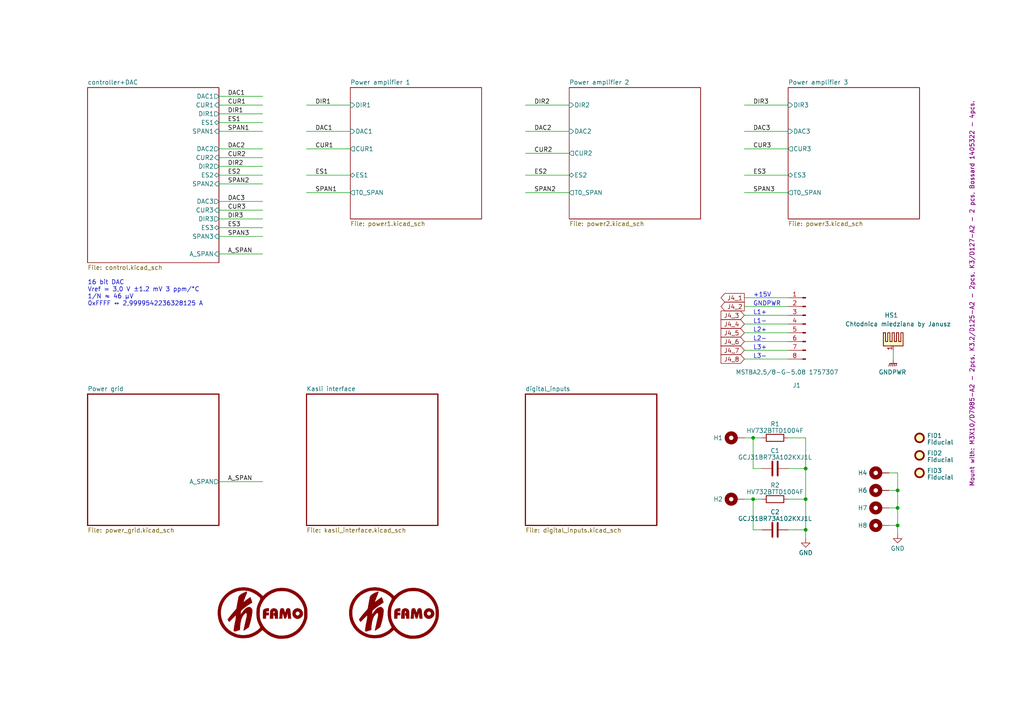
<source format=kicad_sch>
(kicad_sch (version 20230121) (generator eeschema)
  (paper "A4")
  (title_block (title "Compensation coils driver 3x3A for Kasli system") (date "2023-11-17") (rev "3_Artiq") (company "Nicolaus Copernicus University in Toruń") (comment 1 "KL FAMO") (comment 3 "designed by Adam Ledziński"))
  (lib_symbols
    (symbol "Connector:Conn_01x08_Pin" (pin_names (offset 1.016) hide)
      (property "Reference" "J" (at 0 10.16 0))
      (property "Value" "Conn_01x08_Pin" (at 0 -12.7 0))
      (symbol "Conn_01x08_Pin_1_1"
        (polyline (pts (xy 1.27 -10.16) (xy 0.8636 -10.16)) (stroke (width 0.1524)))
        (polyline (pts (xy 1.27 -7.62) (xy 0.8636 -7.62)) (stroke (width 0.1524)))
        (polyline (pts (xy 1.27 -5.08) (xy 0.8636 -5.08)) (stroke (width 0.1524)))
        (polyline (pts (xy 1.27 -2.54) (xy 0.8636 -2.54)) (stroke (width 0.1524)))
        (polyline (pts (xy 1.27 0) (xy 0.8636 0)) (stroke (width 0.1524)))
        (polyline (pts (xy 1.27 2.54) (xy 0.8636 2.54)) (stroke (width 0.1524)))
        (polyline (pts (xy 1.27 5.08) (xy 0.8636 5.08)) (stroke (width 0.1524)))
        (polyline (pts (xy 1.27 7.62) (xy 0.8636 7.62)) (stroke (width 0.1524)))
        (rectangle (start 0.8636 -10.033) (end 0 -10.287) (stroke (width 0.1524)) (fill (type outline)))
        (rectangle (start 0.8636 -7.493) (end 0 -7.747) (stroke (width 0.1524)) (fill (type outline)))
        (rectangle (start 0.8636 -4.953) (end 0 -5.207) (stroke (width 0.1524)) (fill (type outline)))
        (rectangle (start 0.8636 -2.413) (end 0 -2.667) (stroke (width 0.1524)) (fill (type outline)))
        (rectangle (start 0.8636 0.127) (end 0 -0.127) (stroke (width 0.1524)) (fill (type outline)))
        (rectangle (start 0.8636 2.667) (end 0 2.413) (stroke (width 0.1524)) (fill (type outline)))
        (rectangle (start 0.8636 5.207) (end 0 4.953) (stroke (width 0.1524)) (fill (type outline)))
        (rectangle (start 0.8636 7.747) (end 0 7.493) (stroke (width 0.1524)) (fill (type outline)))
        (pin passive line (at 5.08 7.62 180) (length 3.81) (name "Pin_1") (number "1"))
        (pin passive line (at 5.08 5.08 180) (length 3.81) (name "Pin_2") (number "2"))
        (pin passive line (at 5.08 2.54 180) (length 3.81) (name "Pin_3") (number "3"))
        (pin passive line (at 5.08 0 180) (length 3.81) (name "Pin_4") (number "4"))
        (pin passive line (at 5.08 -2.54 180) (length 3.81) (name "Pin_5") (number "5"))
        (pin passive line (at 5.08 -5.08 180) (length 3.81) (name "Pin_6") (number "6"))
        (pin passive line (at 5.08 -7.62 180) (length 3.81) (name "Pin_7") (number "7"))
        (pin passive line (at 5.08 -10.16 180) (length 3.81) (name "Pin_8") (number "8"))
      )
    )
    (symbol "Device:C" (pin_numbers hide) (pin_names (offset 0.254))
      (property "Reference" "C" (at 0.635 2.54 0))
      (property "Value" "C" (at 0.635 -2.54 0))
      (symbol "C_0_1"
        (polyline (pts (xy -2.032 -0.762) (xy 2.032 -0.762)) (stroke (width 0.508)))
        (polyline (pts (xy -2.032 0.762) (xy 2.032 0.762)) (stroke (width 0.508)))
      )
      (symbol "C_1_1"
        (pin passive line (at 0 3.81 270) (length 2.794) (name "~") (number "1"))
        (pin passive line (at 0 -3.81 90) (length 2.794) (name "~") (number "2"))
      )
    )
    (symbol "Device:R" (pin_numbers hide) (pin_names (offset 0))
      (property "Reference" "R" (at 2.032 0 90))
      (property "Value" "R" (at 0 0 90))
      (symbol "R_0_1"
        (rectangle (start -1.016 -2.54) (end 1.016 2.54) (stroke (width 0.254)))
      )
      (symbol "R_1_1"
        (pin passive line (at 0 3.81 270) (length 1.27) (name "~") (number "1"))
        (pin passive line (at 0 -3.81 90) (length 1.27) (name "~") (number "2"))
      )
    )
    (symbol "Mechanical:Fiducial"
      (property "Reference" "FID" (at 0 5.08 0))
      (property "Value" "Fiducial" (at 0 3.175 0))
      (symbol "Fiducial_0_1"
        (circle (center 0 0) (radius 1.27) (stroke (width 0.508)) (fill (type background)))
      )
    )
    (symbol "Mechanical:Heatsink_Pad" (pin_names (offset 0))
      (property "Reference" "HS" (at 0 5.715 0))
      (property "Value" "Heatsink_Pad" (at 0 3.81 0))
      (symbol "Heatsink_Pad_0_1"
        (polyline (pts (xy -0.3302 0) (xy -0.9652 0) (xy -0.9652 2.54) (xy -1.6002 2.54) (xy -1.6002 0) (xy -2.2352 0) (xy -2.2352 2.54) (xy -2.8702 2.54) (xy -2.8702 -1.27) (xy -0.9652 -1.27)) (stroke (width 0.254)) (fill (type background)))
        (polyline (pts (xy -0.3302 0) (xy -0.3302 2.54) (xy 0.3048 2.54) (xy 0.3048 0) (xy 0.9398 0) (xy 0.9398 2.54) (xy 1.5748 2.54) (xy 1.5748 0) (xy 2.2098 0) (xy 2.2098 2.54) (xy 2.8448 2.54) (xy 2.8448 -1.27) (xy -0.9652 -1.27)) (stroke (width 0.254)) (fill (type background)))
      )
      (symbol "Heatsink_Pad_1_1"
        (pin passive line (at 0 -2.54 90) (length 1.27) (name "~") (number "1"))
      )
    )
    (symbol "Mechanical:MountingHole_Pad" (pin_numbers hide) (pin_names (offset 1.016) hide)
      (property "Reference" "H" (at 0 6.35 0))
      (property "Value" "MountingHole_Pad" (at 0 4.445 0))
      (symbol "MountingHole_Pad_0_1"
        (circle (center 0 1.27) (radius 1.27) (stroke (width 1.27)))
      )
      (symbol "MountingHole_Pad_1_1"
        (pin input line (at 0 -2.54 90) (length 2.54) (name "1") (number "1"))
      )
    )
    (symbol "ff:KL_FAMO_LOGO" (pin_numbers hide) (pin_names (offset 0) hide) (in_bom no)
      (symbol "KL_FAMO_LOGO_0_0"
        (polyline (pts (xy 0.9483 -1.1218) (xy 0.9737 -0.635) (xy 1.3759 -0.6092) (xy 1.778 -0.5834) (xy 1.778 -0.2493) (xy 1.778 0.0847) (xy 1.4061 0.0847) (xy 1.3336 0.0867) (xy 1.0756 0.1426) (xy 0.9573 0.2494) (xy 0.9772 0.3727) (xy 1.1338 0.4777) (xy 1.4256 0.5299) (xy 1.778 0.544) (xy 1.778 0.9493) (xy 1.778 1.3547) (xy 1.4605 1.3527) (xy 1.4269 1.3523) (xy 0.9405 1.3004) (xy 0.5452 1.1705) (xy 0.2752 0.9734) (xy 0.2003 0.8761) (xy 0.1473 0.765) (xy 0.1135 0.6105) (xy 0.0946 0.3812) (xy 0.0865 0.0455) (xy 0.0847 -0.428) (xy 0.0847 -1.6087) (xy 0.5038 -1.6087) (xy 0.9229 -1.6087) (xy 0.9483 -1.1218)) (stroke (width 0.01)) (fill (type outline)))
        (polyline (pts (xy 10.3525 -1.6546) (xy 10.8072 -1.4892) (xy 11.2412 -1.1628) (xy 11.2416 -1.1624) (xy 11.5168 -0.794) (xy 11.6479 -0.3875) (xy 11.6472 0.0305) (xy 11.5267 0.433) (xy 11.2989 0.7933) (xy 10.9759 1.0845) (xy 10.5699 1.28) (xy 10.0931 1.3528) (xy 9.6469 1.2866) (xy 9.2377 1.0797) (xy 8.9181 0.7544) (xy 8.7102 0.3336) (xy 8.6471 -0.086) (xy 9.5053 -0.086) (xy 9.6247 0.1721) (xy 9.7792 0.3563) (xy 10.0458 0.4717) (xy 10.3607 0.4275) (xy 10.5863 0.284) (xy 10.7247 0.0421) (xy 10.7245 -0.245) (xy 10.5772 -0.5389) (xy 10.3899 -0.7046) (xy 10.1177 -0.762) (xy 9.8715 -0.7172) (xy 9.6582 -0.5389) (xy 9.643 -0.5194) (xy 9.5103 -0.2938) (xy 9.5053 -0.086) (xy 8.6471 -0.086) (xy 8.636 -0.1598) (xy 8.6638 -0.4907) (xy 8.8221 -0.9365) (xy 9.1227 -1.2911) (xy 9.568 -1.5584) (xy 9.8892 -1.6559) (xy 10.3525 -1.6546)) (stroke (width 0.01)) (fill (type outline)))
        (polyline (pts (xy 3.048 -0.5594) (xy 3.0481 -0.4399) (xy 3.0523 -0.0315) (xy 3.0652 0.2428) (xy 3.0906 0.4115) (xy 3.1323 0.5031) (xy 3.1939 0.5459) (xy 3.2933 0.5572) (xy 3.4479 0.4541) (xy 3.5333 0.2992) (xy 3.5318 0.1248) (xy 3.3867 0.0245) (xy 3.2927 -0.0215) (xy 3.233 -0.1463) (xy 3.2174 -0.3909) (xy 3.2174 -0.4009) (xy 3.2299 -0.6304) (xy 3.2798 -0.7363) (xy 3.3867 -0.762) (xy 3.4258 -0.7638) (xy 3.5093 -0.8048) (xy 3.5471 -0.9314) (xy 3.556 -1.1853) (xy 3.556 -1.6087) (xy 3.9794 -1.6087) (xy 4.4027 -1.6087) (xy 4.4027 -0.5899) (xy 4.4024 -0.4879) (xy 4.3868 0.0652) (xy 4.3466 0.4641) (xy 4.2808 0.7205) (xy 4.2481 0.7908) (xy 4.0124 1.0864) (xy 3.6906 1.2731) (xy 3.3215 1.3481) (xy 2.9442 1.3083) (xy 2.5976 1.1506) (xy 2.3205 0.8722) (xy 2.2551 0.7511) (xy 2.2051 0.5828) (xy 2.1707 0.3419) (xy 2.1472 -0.0039) (xy 2.1303 -0.4868) (xy 2.1001 -1.6087) (xy 2.574 -1.6087) (xy 3.048 -1.6087) (xy 3.048 -0.5594)) (stroke (width 0.01)) (fill (type outline)))
        (polyline (pts (xy 5.7129 -0.8042) (xy 5.7529 -0.3928) (xy 5.7989 -0.1444) (xy 5.85 -0.0623) (xy 5.9057 -0.1476) (xy 5.9653 -0.4012) (xy 5.9898 -0.5235) (xy 6.0639 -0.8399) (xy 6.1502 -1.1642) (xy 6.1757 -1.2506) (xy 6.2596 -1.4751) (xy 6.3493 -1.5817) (xy 6.4727 -1.6087) (xy 6.5583 -1.6029) (xy 6.6961 -1.5457) (xy 6.8021 -1.4043) (xy 6.8931 -1.1507) (xy 6.9861 -0.7569) (xy 6.9907 -0.7353) (xy 7.0779 -0.375) (xy 7.1571 -0.1372) (xy 7.2218 -0.0326) (xy 7.2654 -0.0723) (xy 7.2814 -0.267) (xy 7.2859 -0.4316) (xy 7.3057 -0.7504) (xy 7.3357 -1.0882) (xy 7.3901 -1.6087) (xy 7.8112 -1.6087) (xy 8.2322 -1.6087) (xy 8.182 -1.1642) (xy 8.1518 -0.8711) (xy 8.1157 -0.4753) (xy 8.0837 -0.0847) (xy 8.0661 0.1371) (xy 8.0183 0.6057) (xy 7.9582 0.9372) (xy 7.8741 1.1546) (xy 7.7544 1.2812) (xy 7.5876 1.3402) (xy 7.3619 1.3547) (xy 7.2872 1.3525) (xy 7.0734 1.3033) (xy 6.9176 1.1682) (xy 6.7972 0.9193) (xy 6.6898 0.5292) (xy 6.6439 0.3527) (xy 6.5767 0.1597) (xy 6.5248 0.0847) (xy 6.4757 0.1519) (xy 6.3997 0.3421) (xy 6.3158 0.6121) (xy 6.2373 0.87) (xy 6.1483 1.1127) (xy 6.0799 1.2471) (xy 6.047 1.2733) (xy 5.8693 1.3315) (xy 5.6222 1.3547) (xy 5.6011 1.3546) (xy 5.3918 1.331) (xy 5.2373 1.2511) (xy 5.1272 1.0921) (xy 5.0511 0.8315) (xy 4.9986 0.4468) (xy 4.9594 -0.0847) (xy 4.9373 -0.4279) (xy 4.9076 -0.8202) (xy 4.8787 -1.1378) (xy 4.8545 -1.3335) (xy 4.8072 -1.6087) (xy 5.2299 -1.6087) (xy 5.6525 -1.6087) (xy 5.7129 -0.8042)) (stroke (width 0.01)) (fill (type outline)))
        (polyline (pts (xy -8.0102 -5.3085) (xy -7.7218 -5.2377) (xy -7.3025 -5.1077) (xy -6.604 -4.8808) (xy -6.604 -4.4067) (xy -6.5857 -3.8803) (xy -6.501 -3.1073) (xy -6.3563 -2.354) (xy -6.1618 -1.6693) (xy -5.9274 -1.1022) (xy -5.8029 -0.8982) (xy -5.611 -0.6395) (xy -5.3904 -0.3761) (xy -5.173 -0.1439) (xy -4.9903 0.0216) (xy -4.8741 0.0847) (xy -4.8079 0.0577) (xy -4.6954 -0.0881) (xy -4.6075 -0.3094) (xy -4.572 -0.5478) (xy -4.572 -0.5521) (xy -4.5928 -0.717) (xy -4.646 -1.0049) (xy -4.7238 -1.3766) (xy -4.8183 -1.7927) (xy -4.897 -2.1298) (xy -5.0335 -2.7272) (xy -5.1709 -3.3402) (xy -5.2887 -3.8787) (xy -5.2941 -3.9038) (xy -5.3837 -4.3117) (xy -5.4648 -4.6652) (xy -5.5285 -4.9272) (xy -5.5661 -5.0605) (xy -5.5273 -5.0721) (xy -5.3761 -4.9994) (xy -5.1364 -4.8544) (xy -4.833 -4.6506) (xy -4.0463 -4.1014) (xy -3.757 -3.1725) (xy -3.7255 -3.0698) (xy -3.5509 -2.442) (xy -3.3907 -1.772) (xy -3.2524 -1.1004) (xy -3.1441 -0.4678) (xy -3.0733 0.0853) (xy -3.048 0.5181) (xy -3.0551 0.8333) (xy -3.0892 1.0486) (xy -3.1685 1.2155) (xy -3.3114 1.3948) (xy -3.3903 1.4785) (xy -3.5916 1.6507) (xy -3.7559 1.7402) (xy -3.7755 1.7443) (xy -4.0186 1.7313) (xy -4.3361 1.6404) (xy -4.6718 1.4917) (xy -4.9695 1.3055) (xy -5.0112 1.273) (xy -5.1266 1.1734) (xy -5.2491 1.0471) (xy -5.3971 0.872) (xy -5.5887 0.6257) (xy -5.8421 0.286) (xy -6.1756 -0.1693) (xy -6.4534 -0.5503) (xy -6.3967 -0.0142) (xy -6.3626 0.243) (xy -6.3088 0.5248) (xy -6.2545 0.7055) (xy -6.2189 0.757) (xy -6.0538 0.9218) (xy -5.7843 1.1524) (xy -5.4348 1.4303) (xy -5.0298 1.7366) (xy -4.5936 2.0528) (xy -4.1508 2.3601) (xy -3.7257 2.6398) (xy -3.0688 3.0579) (xy -3.2188 3.5398) (xy -3.2845 3.7435) (xy -3.393 4.0576) (xy -3.4836 4.2949) (xy -3.5983 4.5681) (xy -4.2333 4.1351) (xy -4.3209 4.0748) (xy -4.6593 3.8316) (xy -4.9724 3.5929) (xy -5.2021 3.4029) (xy -5.3385 3.2902) (xy -5.493 3.1926) (xy -5.5649 3.1905) (xy -5.5665 3.2015) (xy -5.5406 3.3426) (xy -5.4663 3.5955) (xy -5.3572 3.9226) (xy -5.2268 4.2862) (xy -5.0883 4.6486) (xy -4.9554 4.9721) (xy -4.8414 5.2191) (xy -4.7594 5.3994) (xy -4.6631 5.6753) (xy -4.6032 5.9268) (xy -4.5894 6.1099) (xy -4.6312 6.1807) (xy -4.7375 6.1603) (xy -4.9788 6.0777) (xy -5.2902 5.9501) (xy -5.6263 5.7975) (xy -5.9416 5.6398) (xy -6.1906 5.497) (xy -6.5033 5.2768) (xy -6.7993 4.9892) (xy -6.979 4.6762) (xy -7.0698 4.3004) (xy -7.0836 4.2035) (xy -7.1387 3.8676) (xy -7.2125 3.4599) (xy -7.2928 3.048) (xy -7.3212 2.9063) (xy -7.4045 2.4678) (xy -7.4792 2.0454) (xy -7.5319 1.7136) (xy -7.541 1.6517) (xy -7.5838 1.4206) (xy -7.6485 1.2345) (xy -7.7589 1.0515) (xy -7.9389 0.83) (xy -8.2127 0.5283) (xy -8.3803 0.342) (xy -8.7252 -0.0594) (xy -9.1085 -0.5228) (xy -9.4924 -1.0011) (xy -9.8388 -1.4475) (xy -10.1098 -1.815) (xy -10.1194 -1.8319) (xy -10.1023 -1.9897) (xy -9.9476 -2.2371) (xy -9.7086 -2.5504) (xy -8.7805 -1.6138) (xy -8.5937 -1.4266) (xy -8.2916 -1.1297) (xy -8.0424 -0.8922) (xy -7.8678 -0.7345) (xy -7.7896 -0.6773) (xy -7.7709 -0.6901) (xy -7.7466 -0.8248) (xy -7.752 -1.0802) (xy -7.7836 -1.4243) (xy -7.8381 -1.8249) (xy -7.912 -2.2499) (xy -8.0018 -2.667) (xy -8.0584 -2.9139) (xy -8.157 -3.4003) (xy -8.242 -3.8895) (xy -8.3087 -4.348) (xy -8.3525 -4.7422) (xy -8.3688 -5.0385) (xy -8.3529 -5.203) (xy -8.3014 -5.2821) (xy -8.1945 -5.3225) (xy -8.0102 -5.3085)) (stroke (width 0.01)) (fill (type outline)))
        (polyline (pts (xy 5.7574 -7.4123) (xy 6.2322 -7.3965) (xy 6.7438 -7.3586) (xy 7.1755 -7.2957) (xy 7.5777 -7.202) (xy 7.7207 -7.1599) (xy 8.3327 -6.9314) (xy 8.9838 -6.6244) (xy 9.6095 -6.2715) (xy 10.1454 -5.9052) (xy 10.7237 -5.4036) (xy 11.4327 -4.6059) (xy 12.0293 -3.7038) (xy 12.4982 -2.7213) (xy 12.8244 -1.6824) (xy 12.8867 -1.3351) (xy 12.9396 -0.7581) (xy 12.9559 -0.1157) (xy 12.9361 0.5346) (xy 12.8807 1.1353) (xy 12.7904 1.6287) (xy 12.5785 2.324) (xy 12.135 3.3359) (xy 11.5656 4.2509) (xy 10.883 5.0608) (xy 10.1 5.7579) (xy 9.2293 6.3339) (xy 8.2839 6.781) (xy 7.2765 7.0911) (xy 6.2198 7.2562) (xy 5.1268 7.2683) (xy 4.0101 7.1195) (xy 3.9604 7.109) (xy 3.189 6.8872) (xy 2.4044 6.5626) (xy 1.6523 6.1597) (xy 0.9783 5.7025) (xy 0.4279 5.2153) (xy 0.3237 5.1121) (xy 0.1521 4.9675) (xy 0.0447 4.9107) (xy 0.041 4.911) (xy -0.066 4.9755) (xy -0.248 5.1307) (xy -0.4678 5.3451) (xy -0.612 5.4886) (xy -1.3814 6.1168) (xy -2.2595 6.6355) (xy -3.2209 7.0339) (xy -4.2401 7.301) (xy -5.2916 7.4258) (xy -5.6833 7.4341) (xy -6.7847 7.3462) (xy -7.8493 7.0975) (xy -8.8619 6.6937) (xy -9.8072 6.1404) (xy -10.67 5.4431) (xy -11.2774 4.811) (xy -11.9405 3.9208) (xy -12.447 2.9676) (xy -12.7958 1.9539) (xy -12.9858 0.8824) (xy -13.0114 -0.076) (xy -12.1703 -0.076) (xy -12.1186 0.8885) (xy -11.9258 1.8359) (xy -11.5936 2.7488) (xy -11.1237 3.6097) (xy -10.5176 4.4011) (xy -9.7769 5.1054) (xy -9.5158 5.2999) (xy -8.9637 5.6422) (xy -8.344 5.9609) (xy -7.7198 6.2249) (xy -7.1543 6.4028) (xy -7.1072 6.4138) (xy -6.5648 6.4989) (xy -5.9314 6.5406) (xy -5.2706 6.5391) (xy -4.6461 6.494) (xy -4.1216 6.4055) (xy -3.5754 6.2438) (xy -2.6914 5.8671) (xy -1.8536 5.3734) (xy -1.1163 4.7919) (xy -1.056 4.7364) (xy -0.8356 4.523) (xy -0.7038 4.3483) (xy -0.6582 4.1741) (xy -0.696 3.9625) (xy -0.8148 3.6755) (xy -1.0117 3.2749) (xy -1.0412 3.2157) (xy -1.3539 2.5348) (xy -1.573 1.9218) (xy -1.7122 1.3194) (xy -1.7851 0.6697) (xy -1.8052 -0.0847) (xy -1.793 -0.5403) (xy -0.9163 -0.5403) (xy -0.9123 0.1693) (xy -0.9094 0.2643) (xy -0.8895 0.7401) (xy -0.8595 1.1026) (xy -0.8121 1.3997) (xy -0.7401 1.6794) (xy -0.6361 1.9897) (xy -0.268 2.8444) (xy 0.2813 3.7424) (xy 0.9544 4.5263) (xy 1.7468 5.192) (xy 2.6543 5.7352) (xy 3.6723 6.1517) (xy 3.7414 6.1741) (xy 4.0442 6.2633) (xy 4.3236 6.3228) (xy 4.6278 6.3589) (xy 5.005 6.3775) (xy 5.5034 6.3848) (xy 5.9248 6.3844) (xy 6.3444 6.3714) (xy 6.6821 6.3399) (xy 6.9864 6.2847) (xy 7.306 6.2011) (xy 7.4447 6.1594) (xy 8.4478 5.763) (xy 9.3519 5.2317) (xy 10.1492 4.5728) (xy 10.832 3.7938) (xy 11.3924 2.9021) (xy 11.8227 1.905) (xy 11.8355 1.8678) (xy 11.9229 1.5992) (xy 11.9839 1.3611) (xy 12.0233 1.1137) (xy 12.0459 0.8169) (xy 12.0563 0.4308) (xy 12.0594 -0.0847) (xy 12.0596 -0.2005) (xy 12.0572 -0.6843) (xy 12.0464 -1.0465) (xy 12.0225 -1.3269) (xy 11.9807 -1.5652) (xy 11.9164 -1.8011) (xy 11.8249 -2.0743) (xy 11.4256 -3.0131) (xy 10.8756 -3.9172) (xy 10.2065 -4.7036) (xy 9.4234 -5.3675) (xy 8.5313 -5.9038) (xy 7.5354 -6.3077) (xy 7.4116 -6.345) (xy 6.8146 -6.4749) (xy 6.1447 -6.5566) (xy 5.4598 -6.5871) (xy 4.8175 -6.5632) (xy 4.2757 -6.482) (xy 3.3661 -6.2122) (xy 2.3919 -5.7741) (xy 1.5272 -5.2082) (xy 0.7748 -4.5167) (xy 0.1372 -3.7016) (xy -0.3828 -2.7651) (xy -0.4058 -2.7152) (xy -0.6304 -2.1716) (xy -0.7844 -1.661) (xy -0.8767 -1.1338) (xy -0.9163 -0.5403) (xy -1.793 -0.5403) (xy -1.7874 -0.7503) (xy -1.7172 -1.4265) (xy -1.5809 -2.0478) (xy -1.3652 -2.6732) (xy -1.0564 -3.3616) (xy -0.9438 -3.5956) (xy -0.8063 -3.8893) (xy -0.7122 -4.1005) (xy -0.6773 -4.1947) (xy -0.7168 -4.2649) (xy -0.8597 -4.4237) (xy -1.0757 -4.6328) (xy -1.3317 -4.8617) (xy -1.5944 -5.0797) (xy -1.8307 -5.2565) (xy -1.8529 -5.2717) (xy -2.5537 -5.6832) (xy -3.3288 -6.0279) (xy -4.0947 -6.2683) (xy -4.1662 -6.2848) (xy -4.8997 -6.3957) (xy -5.7007 -6.4288) (xy -6.4964 -6.3842) (xy -7.2142 -6.2619) (xy -7.3797 -6.2185) (xy -8.2846 -5.8859) (xy -9.154 -5.4112) (xy -9.951 -4.8176) (xy -10.6388 -4.128) (xy -10.9342 -3.7537) (xy -11.463 -2.8963) (xy -11.8442 -1.9859) (xy -12.0794 -1.0399) (xy -12.1703 -0.076) (xy -13.0114 -0.076) (xy -13.0159 -0.2444) (xy -12.9926 -0.6271) (xy -12.8699 -1.5314) (xy -12.6442 -2.3618) (xy -12.2996 -3.1685) (xy -11.82 -4.0017) (xy -11.6373 -4.272) (xy -10.9638 -5.0743) (xy -10.164 -5.7779) (xy -9.2548 -6.3693) (xy -8.2532 -6.8349) (xy -7.825 -6.9863) (xy -7.2492 -7.141) (xy -6.66 -7.2339) (xy -6.007 -7.2721) (xy -5.24 -7.2629) (xy -4.8772 -7.2472) (xy -4.4387 -7.2158) (xy -4.0872 -7.1685) (xy -3.7729 -7.0979) (xy -3.4465 -6.9968) (xy -3.1443 -6.8889) (xy -2.1455 -6.4463) (xy -1.2685 -5.909) (xy -0.4911 -5.2639) (xy -0.0933 -4.8832) (xy 0.4566 -5.3976) (xy 0.485 -5.424) (xy 1.3619 -6.1381) (xy 2.2934 -6.6979) (xy 3.3002 -7.1139) (xy 4.4027 -7.3966) (xy 4.4206 -7.3993) (xy 4.6088 -7.4115) (xy 4.9202 -7.4181) (xy 5.3161 -7.4185) (xy 5.7574 -7.4123)) (stroke (width 0.01)) (fill (type outline)))
      )
    )
    (symbol "power:GND" (power) (pin_names (offset 0))
      (property "Value" "GND" (at 0 -3.81 0))
      (symbol "GND_0_1"
        (polyline (pts (xy 0 0) (xy 0 -1.27) (xy 1.27 -1.27) (xy 0 -2.54) (xy -1.27 -1.27) (xy 0 -1.27)))
      )
      (symbol "GND_1_1"
        (pin power_in line (at 0 0 270) (length 0) hide (name "GND") (number "1"))
      )
    )
    (symbol "power:GNDPWR" (power) (pin_names (offset 0))
      (property "Value" "GNDPWR" (at 0 -3.302 0))
      (symbol "GNDPWR_0_1"
        (polyline (pts (xy 0 -1.27) (xy 0 0)))
        (polyline (pts (xy -1.016 -1.27) (xy -1.27 -2.032) (xy -1.27 -2.032)) (stroke (width 0.2032)))
        (polyline (pts (xy -0.508 -1.27) (xy -0.762 -2.032) (xy -0.762 -2.032)) (stroke (width 0.2032)))
        (polyline (pts (xy 0 -1.27) (xy -0.254 -2.032) (xy -0.254 -2.032)) (stroke (width 0.2032)))
        (polyline (pts (xy 0.508 -1.27) (xy 0.254 -2.032) (xy 0.254 -2.032)) (stroke (width 0.2032)))
        (polyline (pts (xy 1.016 -1.27) (xy -1.016 -1.27) (xy -1.016 -1.27)) (stroke (width 0.2032)))
        (polyline (pts (xy 1.016 -1.27) (xy 0.762 -2.032) (xy 0.762 -2.032) (xy 0.762 -2.032)) (stroke (width 0.2032)))
      )
      (symbol "GNDPWR_1_1"
        (pin power_in line (at 0 0 270) (length 0) hide (name "GNDPWR") (number "1"))
      )
    )
  )
  (junction (at 218.44 127))
  (junction (at 260.35 142.24))
  (junction (at 218.44 144.78))
  (junction (at 233.68 144.78))
  (junction (at 260.35 152.4))
  (junction (at 233.68 135.89))
  (junction (at 260.35 147.32))
  (junction (at 233.68 153.67))
  (wire (pts (xy 218.44 135.89) (xy 218.44 127)))
  (wire (pts (xy 257.81 142.24) (xy 260.35 142.24)))
  (wire (pts (xy 63.5 43.18) (xy 76.2 43.18)))
  (wire (pts (xy 215.9 127) (xy 218.44 127)))
  (wire (pts (xy 233.68 156.21) (xy 233.68 153.67)))
  (wire (pts (xy 152.4 50.8) (xy 165.1 50.8)))
  (wire (pts (xy 63.5 53.34) (xy 76.2 53.34)))
  (wire (pts (xy 215.9 96.52) (xy 228.6 96.52)))
  (wire (pts (xy 63.5 30.48) (xy 76.2 30.48)))
  (wire (pts (xy 260.35 142.24) (xy 260.35 147.32)))
  (wire (pts (xy 152.4 44.45) (xy 165.1 44.45)))
  (wire (pts (xy 63.5 139.7) (xy 76.2 139.7)))
  (wire (pts (xy 218.44 144.78) (xy 220.98 144.78)))
  (wire (pts (xy 88.9 38.1) (xy 101.6 38.1)))
  (wire (pts (xy 63.5 58.42) (xy 76.2 58.42)))
  (wire (pts (xy 215.9 50.8) (xy 228.6 50.8)))
  (wire (pts (xy 63.5 48.26) (xy 76.2 48.26)))
  (wire (pts (xy 88.9 43.18) (xy 101.6 43.18)))
  (wire (pts (xy 228.6 144.78) (xy 233.68 144.78)))
  (wire (pts (xy 63.5 63.5) (xy 76.2 63.5)))
  (wire (pts (xy 63.5 73.66) (xy 76.2 73.66)))
  (wire (pts (xy 88.9 30.48) (xy 101.6 30.48)))
  (wire (pts (xy 257.81 147.32) (xy 260.35 147.32)))
  (wire (pts (xy 215.9 91.44) (xy 228.6 91.44)))
  (wire (pts (xy 152.4 38.1) (xy 165.1 38.1)))
  (wire (pts (xy 63.5 35.56) (xy 76.2 35.56)))
  (wire (pts (xy 259.08 101.6) (xy 259.08 104.14)))
  (wire (pts (xy 260.35 154.94) (xy 260.35 152.4)))
  (wire (pts (xy 63.5 45.72) (xy 76.2 45.72)))
  (wire (pts (xy 215.9 43.18) (xy 228.6 43.18)))
  (wire (pts (xy 88.9 55.88) (xy 101.6 55.88)))
  (wire (pts (xy 152.4 55.88) (xy 165.1 55.88)))
  (wire (pts (xy 63.5 38.1) (xy 76.2 38.1)))
  (wire (pts (xy 63.5 27.94) (xy 76.2 27.94)))
  (wire (pts (xy 152.4 30.48) (xy 165.1 30.48)))
  (wire (pts (xy 233.68 135.89) (xy 233.68 144.78)))
  (wire (pts (xy 63.5 50.8) (xy 76.2 50.8)))
  (wire (pts (xy 228.6 127) (xy 233.68 127)))
  (wire (pts (xy 233.68 153.67) (xy 228.6 153.67)))
  (wire (pts (xy 215.9 38.1) (xy 228.6 38.1)))
  (wire (pts (xy 233.68 127) (xy 233.68 135.89)))
  (wire (pts (xy 228.6 135.89) (xy 233.68 135.89)))
  (wire (pts (xy 63.5 33.02) (xy 76.2 33.02)))
  (wire (pts (xy 220.98 153.67) (xy 218.44 153.67)))
  (wire (pts (xy 63.5 68.58) (xy 76.2 68.58)))
  (wire (pts (xy 88.9 50.8) (xy 101.6 50.8)))
  (wire (pts (xy 215.9 30.48) (xy 228.6 30.48)))
  (wire (pts (xy 215.9 88.9) (xy 228.6 88.9)))
  (wire (pts (xy 215.9 144.78) (xy 218.44 144.78)))
  (wire (pts (xy 215.9 93.98) (xy 228.6 93.98)))
  (wire (pts (xy 218.44 153.67) (xy 218.44 144.78)))
  (wire (pts (xy 215.9 101.6) (xy 228.6 101.6)))
  (wire (pts (xy 215.9 104.14) (xy 228.6 104.14)))
  (wire (pts (xy 260.35 152.4) (xy 257.81 152.4)))
  (wire (pts (xy 215.9 55.88) (xy 228.6 55.88)))
  (wire (pts (xy 218.44 127) (xy 220.98 127)))
  (wire (pts (xy 260.35 147.32) (xy 260.35 152.4)))
  (wire (pts (xy 220.98 135.89) (xy 218.44 135.89)))
  (wire (pts (xy 63.5 66.04) (xy 76.2 66.04)))
  (wire (pts (xy 215.9 99.06) (xy 228.6 99.06)))
  (wire (pts (xy 257.81 137.16) (xy 260.35 137.16)))
  (wire (pts (xy 63.5 60.96) (xy 76.2 60.96)))
  (wire (pts (xy 215.9 86.36) (xy 228.6 86.36)))
  (wire (pts (xy 233.68 144.78) (xy 233.68 153.67)))
  (wire (pts (xy 260.35 137.16) (xy 260.35 142.24)))
  (text "L2-" (at 218.44 99.06 0) (effects (font (size 1.27 1.27)) (justify left bottom)))
  (text "16 bit DAC\nVref = 3,0 V ±1.2 mV 3 ppm/°C\n1/N ≈ 46 µV\n0xFFFF ↔ 2,9999542236328125 A" (at 25.4 88.9 0) (effects (font (size 1.27 1.27)) (justify left bottom)))
  (text "+15V" (at 218.44 86.36 0) (effects (font (size 1.27 1.27)) (justify left bottom)))
  (text "L1-" (at 218.44 93.98 0) (effects (font (size 1.27 1.27)) (justify left bottom)))
  (text "GNDPWR" (at 218.44 88.9 0) (effects (font (size 1.27 1.27)) (justify left bottom)))
  (text "L3-" (at 218.44 104.14 0) (effects (font (size 1.27 1.27)) (justify left bottom)))
  (text "L3+" (at 218.44 101.6 0) (effects (font (size 1.27 1.27)) (justify left bottom)))
  (text "L2+" (at 218.44 96.52 0) (effects (font (size 1.27 1.27)) (justify left bottom)))
  (text "T1-T12:\nIAUC100N04S6L025ATMA1\nBSC014N04LSATMA1\nBSC019N04LSATMA1\nBSC014N04LSIATMA1\nBSC014N04LSTATMA1\nBSC010N04LSATMA1\nBSC027N04LSGATMA1\nIQE013N04LM6CGATMA1\nIQE013N04LM6ATMA1\nNTMTS001N06CLTXG\nCSD18509Q5BT\nCSD18502Q5BT\nMCAC95N06Y-TP\nMCAC95N065Y-TP\nCSD18512Q5B\nTSM025NH04LCR RLG\nTSM019NH04LCR RLG\nBSC010N04LS6ATMA1\nISC012N04LM6ATMA1\n" (at 417.83 100.33 0) (effects (font (size 1.905 1.905)) (justify left bottom)))
  (text "L1+" (at 218.44 91.44 0) (effects (font (size 1.27 1.27)) (justify left bottom)))
  (label "SPAN1" (at 91.44 55.88 0))
  (label "CUR2" (at 154.94 44.45 0))
  (label "ES3" (at 218.44 50.8 0))
  (label "CUR1" (at 66.04 30.48 0))
  (label "DIR1" (at 91.44 30.48 0))
  (label "DIR2" (at 154.94 30.48 0))
  (label "ES2" (at 154.94 50.8 0))
  (label "SPAN1" (at 66.04 38.1 0))
  (label "DAC1" (at 66.04 27.94 0))
  (label "ES1" (at 91.44 50.8 0))
  (label "ES3" (at 66.04 66.04 0))
  (label "ES2" (at 66.04 50.8 0))
  (label "DAC1" (at 91.44 38.1 0))
  (label "CUR2" (at 66.04 45.72 0))
  (label "DAC3" (at 218.44 38.1 0))
  (label "DAC3" (at 66.04 58.42 0))
  (label "A_SPAN" (at 66.04 73.66 0))
  (label "DAC2" (at 154.94 38.1 0))
  (label "DIR1" (at 66.04 33.02 0))
  (label "DIR2" (at 66.04 48.26 0))
  (label "CUR3" (at 66.04 60.96 0))
  (label "SPAN2" (at 154.94 55.88 0))
  (label "SPAN2" (at 66.04 53.34 0))
  (label "A_SPAN" (at 66.04 139.7 0))
  (label "DAC2" (at 66.04 43.18 0))
  (label "CUR1" (at 91.44 43.18 0))
  (label "SPAN3" (at 66.04 68.58 0))
  (label "DIR3" (at 218.44 30.48 0))
  (label "SPAN3" (at 218.44 55.88 0))
  (label "ES1" (at 66.04 35.56 0))
  (label "DIR3" (at 66.04 63.5 0))
  (label "CUR3" (at 218.44 43.18 0))
  (global_label "J4_5" (shape input) (at 215.9 96.52 180) (property "Intersheetrefs" "${INTERSHEET_REFS}" (effects hide)))
  (global_label "J4_8" (shape input) (at 215.9 104.14 180) (property "Intersheetrefs" "${INTERSHEET_REFS}" (effects hide)))
  (global_label "J4_6" (shape input) (at 215.9 99.06 180) (property "Intersheetrefs" "${INTERSHEET_REFS}" (effects hide)))
  (global_label "J4_1" (shape output) (at 215.9 86.36 180) (property "Intersheetrefs" "${INTERSHEET_REFS}" (effects hide)))
  (global_label "J4_4" (shape input) (at 215.9 93.98 180) (property "Intersheetrefs" "${INTERSHEET_REFS}" (effects hide)))
  (global_label "J4_3" (shape input) (at 215.9 91.44 180) (property "Intersheetrefs" "${INTERSHEET_REFS}" (effects hide)))
  (global_label "J4_2" (shape output) (at 215.9 88.9 180) (property "Intersheetrefs" "${INTERSHEET_REFS}" (effects hide)))
  (global_label "J4_7" (shape input) (at 215.9 101.6 180) (property "Intersheetrefs" "${INTERSHEET_REFS}" (effects hide)))
  (symbol (lib_id "Device:C") (at 224.79 135.89 90) (unit 1)
    (property "Reference" "C1" (at 224.79 130.7211 90))
    (property "Value" "GCJ31BR73A102KXJ1L" (at 224.79 132.6421 90))
    (property "Footprint" "Capacitor_SMD:C_1206_3216Metric" (effects hide))
  )
  (symbol (lib_id "Mechanical:MountingHole_Pad") (at 255.27 147.32 90) (unit 1)
    (property "Reference" "H7" (at 250.19 147.32 90))
    (property "Value" "MountingHole_Pad" (effects hide))
    (property "Footprint" "MountingHole:MountingHole_3.2mm_M3_DIN965_Pad" (effects hide))
  )
  (symbol (lib_id "power:GND") (at 260.35 154.94 0) (unit 1)
    (property "Reference" "#PWR03" (effects hide))
    (property "Value" "GND" (at 260.35 159.0755 0))
  )
  (symbol (lib_id "Device:C") (at 224.79 153.67 90) (unit 1)
    (property "Reference" "C2" (at 224.79 148.5011 90))
    (property "Value" "GCJ31BR73A102KXJ1L" (at 224.79 150.4221 90))
    (property "Footprint" "Capacitor_SMD:C_1206_3216Metric" (effects hide))
  )
  (symbol (lib_id "Device:R") (at 224.79 144.78 90) (unit 1)
    (property "Reference" "R2" (at 224.79 140.7541 90))
    (property "Value" "HV732BTTD1004F" (at 224.79 142.6751 90))
    (property "Footprint" "Resistor_SMD:R_1206_3216Metric" (effects hide))
  )
  (symbol (lib_id "Mechanical:MountingHole_Pad") (at 213.36 127 90) (unit 1)
    (property "Reference" "H1" (at 208.28 127 90))
    (property "Value" "MountingHole_Pad" (effects hide))
    (property "Footprint" "MountingHole:MountingHole_2.7mm_M2.5_DIN965_Pad" (effects hide))
  )
  (symbol (lib_id "ff:KL_FAMO_LOGO") (at 114.3 177.8 0) (unit 1) (in_bom no)
    (property "Reference" "G1" (effects hide))
    (property "Value" "KL_FAMO_LOGO" (effects hide))
    (property "Footprint" "ff_lib_7:kl_famo_logo_small" (effects hide))
    (property "Sim.Enable" "0" (effects hide))
  )
  (symbol (lib_id "Mechanical:MountingHole_Pad") (at 255.27 152.4 90) (unit 1)
    (property "Reference" "H8" (at 250.19 152.4 90))
    (property "Value" "MountingHole_Pad" (effects hide))
    (property "Footprint" "MountingHole:MountingHole_3.2mm_M3_DIN965_Pad" (effects hide))
  )
  (symbol (lib_id "Mechanical:Fiducial") (at 266.7 137.16 0) (unit 1)
    (property "Reference" "FID3" (at 268.859 136.5163 0) (effects (justify left)))
    (property "Value" "Fiducial" (at 268.859 138.4373 0) (effects (justify left)))
    (property "Footprint" "Fiducial:Fiducial_0.5mm_Mask1.5mm" (effects hide))
  )
  (symbol (lib_id "power:GND") (at 233.68 156.21 0) (unit 1)
    (property "Reference" "#PWR01" (effects hide))
    (property "Value" "GND" (at 233.68 160.3455 0))
  )
  (symbol (lib_id "ff:KL_FAMO_LOGO") (at 76.2 177.8 0) (unit 1) (in_bom no)
    (property "Reference" "G2" (effects hide))
    (property "Value" "KL_FAMO_LOGO" (effects hide))
    (property "Footprint" "ff_lib_7:kl_famo_logo" (effects hide))
    (property "Sim.Enable" "0" (effects hide))
  )
  (symbol (lib_id "Mechanical:Fiducial") (at 266.7 132.08 0) (unit 1)
    (property "Reference" "FID2" (at 268.859 131.4363 0) (effects (justify left)))
    (property "Value" "Fiducial" (at 268.859 133.3573 0) (effects (justify left)))
    (property "Footprint" "Fiducial:Fiducial_0.5mm_Mask1.5mm" (effects hide))
  )
  (symbol (lib_id "Connector:Conn_01x08_Pin") (at 233.68 93.98 0) (mirror y) (unit 1)
    (property "Reference" "J1" (at 229.87 111.76 0) (effects (justify right)))
    (property "Value" "MSTBA2.5/8-G-5.08 1757307" (at 213.36 107.95 0) (effects (justify right)))
    (property "Footprint" "Connector_Phoenix_MSTB:PhoenixContact_MSTBA_2,5_8-G-5,08_1x08_P5.08mm_Horizontal" (effects hide))
  )
  (symbol (lib_id "Device:R") (at 224.79 127 90) (unit 1)
    (property "Reference" "R1" (at 224.79 122.9741 90))
    (property "Value" "HV732BTTD1004F" (at 224.79 124.8951 90))
    (property "Footprint" "Resistor_SMD:R_1206_3216Metric" (effects hide))
  )
  (symbol (lib_id "Mechanical:MountingHole_Pad") (at 255.27 142.24 90) (unit 1)
    (property "Reference" "H6" (at 250.19 142.24 90))
    (property "Value" "MountingHole_Pad" (effects hide))
    (property "Footprint" "MountingHole:MountingHole_3.2mm_M3_DIN965_Pad" (effects hide))
  )
  (symbol (lib_id "power:GNDPWR") (at 259.08 104.14 0) (unit 1)
    (property "Reference" "#PWR02" (effects hide))
    (property "Value" "GNDPWR" (at 262.89 107.95 0) (effects (justify right)))
  )
  (symbol (lib_id "Mechanical:MountingHole_Pad") (at 255.27 137.16 90) (unit 1)
    (property "Reference" "H4" (at 250.19 137.16 90))
    (property "Value" "MountingHole_Pad" (effects hide))
    (property "Footprint" "MountingHole:MountingHole_3.2mm_M3_DIN965_Pad" (effects hide))
  )
  (symbol (lib_id "Mechanical:MountingHole_Pad") (at 213.36 144.78 90) (unit 1)
    (property "Reference" "H2" (at 208.28 144.78 90))
    (property "Value" "MountingHole_Pad" (effects hide))
    (property "Footprint" "MountingHole:MountingHole_2.7mm_M2.5_DIN965_Pad" (effects hide))
  )
  (symbol (lib_id "Mechanical:Heatsink_Pad") (at 259.08 99.06 0) (unit 1)
    (property "Reference" "HS1" (at 256.54 91.44 0) (effects (justify left)))
    (property "Value" "Chłodnica miedziana by Janusz" (at 245.11 93.98 0) (effects (justify left)))
    (property "Footprint" "ff_lib_7:Heatsink_cooler_20x140x40mm" (effects hide))
    (property "Comm" "Mount with: M3X10/D7985-A2 - 2pcs, K3.2/D125-A2 - 2pcs, K3/D127-A2 - 2 pcs, Bossard 1405322 - 4pcs." (at 281.94 85.09 90))
  )
  (symbol (lib_id "Mechanical:Fiducial") (at 266.7 127 0) (unit 1)
    (property "Reference" "FID1" (at 268.859 126.3563 0) (effects (justify left)))
    (property "Value" "Fiducial" (at 268.859 128.2773 0) (effects (justify left)))
    (property "Footprint" "Fiducial:Fiducial_0.5mm_Mask1.5mm" (effects hide))
  )
  (sheet (at 88.9 114.3) (size 38.1 38.1) (stroke (width 0.3048))
    (property "Sheetname" "Kasli interface" (at 88.9 113.5122 0) (effects (justify left bottom)))
    (property "Sheetfile" "kasli_interface.kicad_sch" (at 88.9 153.0608 0) (effects (justify left top)))
  )
  (sheet (at 228.6 25.4) (size 38.1 38.1)
    (property "Sheetname" "Power amplifier 3" (at 228.6 24.6122 0) (effects (justify left bottom)))
    (property "Sheetfile" "power3.kicad_sch" (at 228.6 64.1608 0) (effects (justify left top)))
    (pin "DAC3" input (at 228.6 38.1 180))
    (pin "CUR3" output (at 228.6 43.18 180))
    (pin "DIR3" input (at 228.6 30.48 180))
    (pin "ES3" bidirectional (at 228.6 50.8 180))
    (pin "T0_SPAN" output (at 228.6 55.88 180))
  )
  (sheet (at 101.6 25.4) (size 38.1 38.1)
    (property "Sheetname" "Power amplifier 1" (at 101.6 24.6122 0) (effects (justify left bottom)))
    (property "Sheetfile" "power1.kicad_sch" (at 101.6 64.1608 0) (effects (justify left top)))
    (pin "DAC1" input (at 101.6 38.1 180))
    (pin "CUR1" output (at 101.6 43.18 180))
    (pin "DIR1" input (at 101.6 30.48 180))
    (pin "ES1" bidirectional (at 101.6 50.8 180))
    (pin "T0_SPAN" output (at 101.6 55.88 180))
  )
  (sheet (at 25.4 25.4) (size 38.1 50.8)
    (property "Sheetname" "controller+DAC" (at 25.4 24.6122 0) (effects (justify left bottom)))
    (property "Sheetfile" "control.kicad_sch" (at 25.4 76.8608 0) (effects (justify left top)))
    (pin "DAC1" output (at 63.5 27.94 0))
    (pin "DAC2" output (at 63.5 43.18 0))
    (pin "DAC3" output (at 63.5 58.42 0))
    (pin "DIR1" output (at 63.5 33.02 0))
    (pin "DIR2" output (at 63.5 48.26 0))
    (pin "DIR3" output (at 63.5 63.5 0))
    (pin "CUR1" input (at 63.5 30.48 0))
    (pin "CUR2" input (at 63.5 45.72 0))
    (pin "CUR3" input (at 63.5 60.96 0))
    (pin "ES1" bidirectional (at 63.5 35.56 0))
    (pin "ES2" bidirectional (at 63.5 50.8 0))
    (pin "ES3" bidirectional (at 63.5 66.04 0))
    (pin "SPAN2" input (at 63.5 53.34 0))
    (pin "SPAN3" input (at 63.5 68.58 0))
    (pin "SPAN1" input (at 63.5 38.1 0))
    (pin "A_SPAN" input (at 63.5 73.66 0))
  )
  (sheet (at 25.4 114.3) (size 38.1 38.1) (stroke (width 0.3048))
    (property "Sheetname" "Power grid" (at 25.4 113.5122 0) (effects (justify left bottom)))
    (property "Sheetfile" "power_grid.kicad_sch" (at 25.4 153.0608 0) (effects (justify left top)))
    (pin "A_SPAN" output (at 63.5 139.7 0))
  )
  (sheet (at 165.1 25.4) (size 38.1 38.1)
    (property "Sheetname" "Power amplifier 2" (at 165.1 24.6122 0) (effects (justify left bottom)))
    (property "Sheetfile" "power2.kicad_sch" (at 165.1 64.1608 0) (effects (justify left top)))
    (pin "DAC2" input (at 165.1 38.1 180))
    (pin "CUR2" output (at 165.1 44.45 180))
    (pin "DIR2" input (at 165.1 30.48 180))
    (pin "ES2" bidirectional (at 165.1 50.8 180))
    (pin "T0_SPAN" output (at 165.1 55.88 180))
  )
  (sheet (at 152.4 114.3) (size 38.1 38.1) (stroke (width 0.3048))
    (property "Sheetname" "digital_inputs" (at 152.4 113.5122 0) (effects (justify left bottom)))
    (property "Sheetfile" "digital_inputs.kicad_sch" (at 152.4 153.0608 0) (effects (justify left top)))
  )
)
</source>
